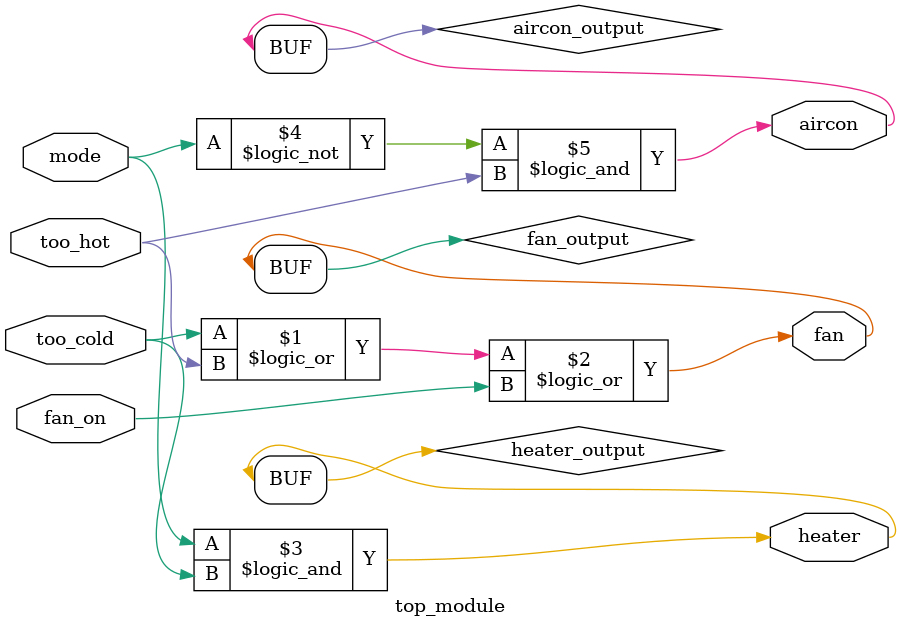
<source format=sv>
module top_module(
    input mode,
    input too_cold,
    input too_hot,
    input fan_on,
    output heater,
    output aircon,
    output fan
);
	
	// Declare internal signals
	wire fan_output;
	wire heater_output;
	wire aircon_output;
	
	// Assign outputs
	assign fan = fan_output;
	assign heater = heater_output;
	assign aircon = aircon_output;
	
	// Logic for controlling the fan
	assign fan_output = (too_cold || too_hot || fan_on);
	
	// Logic for controlling the heater
	assign heater_output = (mode && too_cold);
	
	// Logic for controlling the air conditioner
	assign aircon_output = (!mode && too_hot);
	
endmodule

</source>
